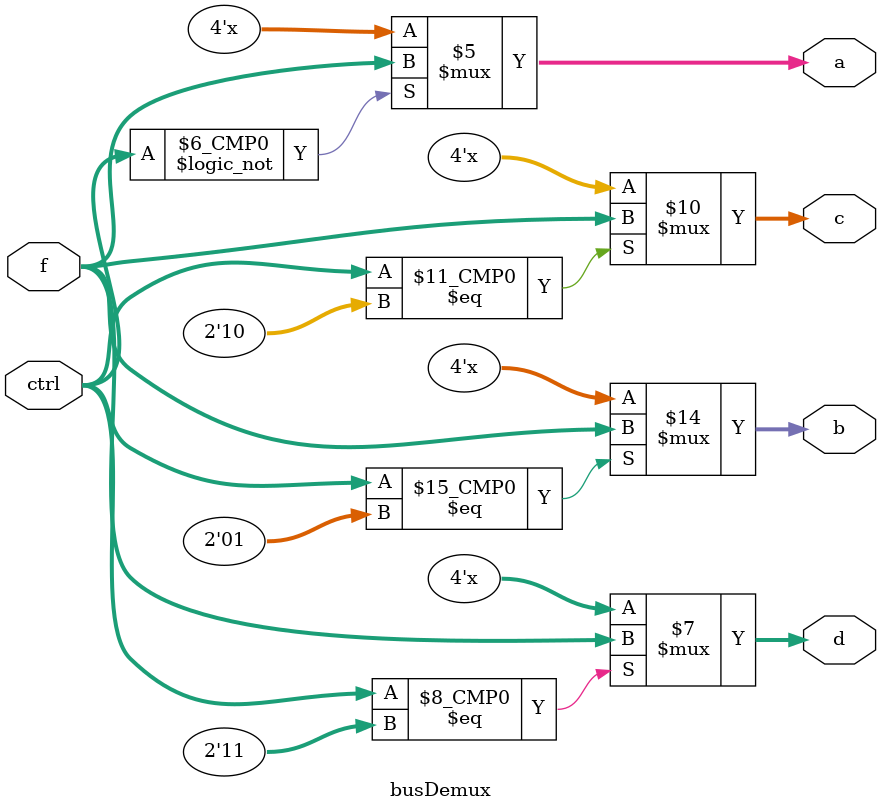
<source format=v>
module busDemux(a,b,c,d,ctrl,f);
	input [1:0]ctrl;
	input [3:0]f;
	output reg [3:0]a;
	output reg [3:0]b;
	output reg [3:0]c;
	output reg [3:0]d;
	always @(ctrl or a or b or c or d)
		case(ctrl)
			2'b00: a=f;
			2'b01: b=f;
			2'b10: c=f;
			2'b11: d=f;
		endcase
endmodule
</source>
